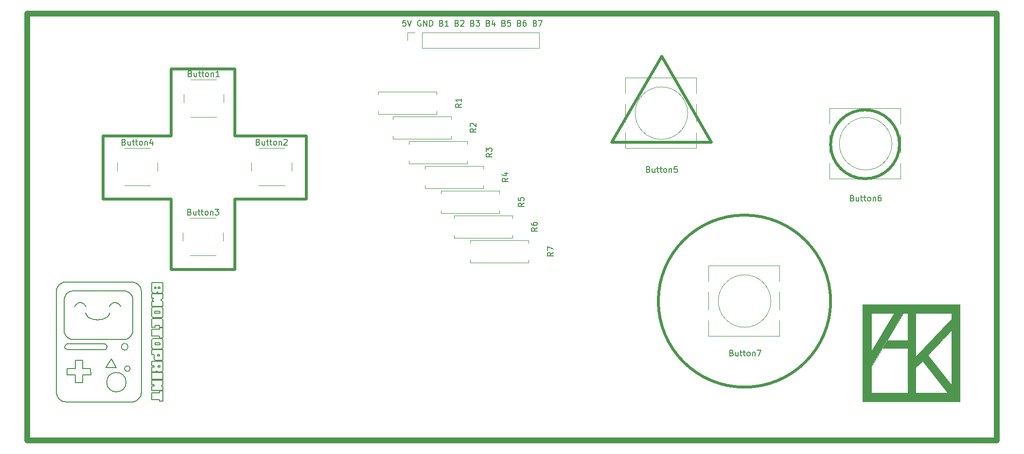
<source format=gto>
G04 #@! TF.GenerationSoftware,KiCad,Pcbnew,(5.1.10)-1*
G04 #@! TF.CreationDate,2022-08-15T16:43:16+01:00*
G04 #@! TF.ProjectId,BMO Buttons,424d4f20-4275-4747-946f-6e732e6b6963,rev?*
G04 #@! TF.SameCoordinates,Original*
G04 #@! TF.FileFunction,Legend,Top*
G04 #@! TF.FilePolarity,Positive*
%FSLAX46Y46*%
G04 Gerber Fmt 4.6, Leading zero omitted, Abs format (unit mm)*
G04 Created by KiCad (PCBNEW (5.1.10)-1) date 2022-08-15 16:43:16*
%MOMM*%
%LPD*%
G01*
G04 APERTURE LIST*
%ADD10C,0.100000*%
%ADD11C,0.000180*%
%ADD12C,0.500000*%
%ADD13C,1.000000*%
%ADD14C,0.200000*%
%ADD15C,0.120000*%
%ADD16C,0.150000*%
G04 APERTURE END LIST*
D10*
G36*
X220419578Y-135071842D02*
G01*
X221919578Y-137932127D01*
X219767590Y-136432127D01*
X215392000Y-130810000D01*
X216330551Y-129817916D01*
X220419578Y-135071842D01*
G37*
X220419578Y-135071842D02*
X221919578Y-137932127D01*
X219767590Y-136432127D01*
X215392000Y-130810000D01*
X216330551Y-129817916D01*
X220419578Y-135071842D01*
G36*
X220419578Y-125495658D02*
G01*
X214194607Y-132075689D01*
X214194607Y-130111282D01*
X220419578Y-123531264D01*
X220419578Y-125495658D01*
G37*
X220419578Y-125495658D02*
X214194607Y-132075689D01*
X214194607Y-130111282D01*
X220419578Y-123531264D01*
X220419578Y-125495658D01*
G36*
X212852000Y-127254000D02*
G01*
X212844592Y-128587127D01*
X208409738Y-128587127D01*
X209296000Y-127254000D01*
X212844592Y-127237127D01*
X212852000Y-127254000D01*
G37*
X212852000Y-127254000D02*
X212844592Y-128587127D01*
X208409738Y-128587127D01*
X209296000Y-127254000D01*
X212844592Y-127237127D01*
X212852000Y-127254000D01*
G36*
X214194607Y-136432127D02*
G01*
X212852000Y-136398000D01*
X212844592Y-122512127D01*
X214194607Y-122512127D01*
X214194607Y-136432127D01*
G37*
X214194607Y-136432127D02*
X212852000Y-136398000D01*
X212844592Y-122512127D01*
X214194607Y-122512127D01*
X214194607Y-136432127D01*
G36*
X206469592Y-131824052D02*
G01*
X206469592Y-129198128D01*
X210477041Y-122512127D01*
X212050964Y-122512127D01*
X206469592Y-131824052D01*
G37*
X206469592Y-131824052D02*
X206469592Y-129198128D01*
X210477041Y-122512127D01*
X212050964Y-122512127D01*
X206469592Y-131824052D01*
G36*
X206469592Y-122512127D02*
G01*
X206469592Y-136432127D01*
X204969592Y-137932127D01*
X204969592Y-121012127D01*
X206469592Y-122512127D01*
G37*
X206469592Y-122512127D02*
X206469592Y-136432127D01*
X204969592Y-137932127D01*
X204969592Y-121012127D01*
X206469592Y-122512127D01*
G36*
X221919578Y-137932127D02*
G01*
X204969592Y-137932127D01*
X206469592Y-136432127D01*
X219767590Y-136432127D01*
X221919578Y-137932127D01*
G37*
X221919578Y-137932127D02*
X204969592Y-137932127D01*
X206469592Y-136432127D01*
X219767590Y-136432127D01*
X221919578Y-137932127D01*
G36*
X221919578Y-137932127D02*
G01*
X220419578Y-135071842D01*
X220419578Y-122512127D01*
X221919578Y-121012127D01*
X221919578Y-137932127D01*
G37*
X221919578Y-137932127D02*
X220419578Y-135071842D01*
X220419578Y-122512127D01*
X221919578Y-121012127D01*
X221919578Y-137932127D01*
G36*
X220419578Y-122512127D02*
G01*
X206469592Y-122512127D01*
X204969592Y-121012127D01*
X221919578Y-121012127D01*
X220419578Y-122512127D01*
G37*
X220419578Y-122512127D02*
X206469592Y-122512127D01*
X204969592Y-121012127D01*
X221919578Y-121012127D01*
X220419578Y-122512127D01*
D11*
X204969592Y-137932127D02*
X221919578Y-137932127D01*
X221919578Y-121012127D02*
X204969592Y-121012127D01*
X212844592Y-127237127D02*
X209218899Y-127237127D01*
X221919578Y-137932127D02*
X221919578Y-121012127D01*
X219767590Y-136432127D02*
X214194607Y-136432127D01*
X212844592Y-122512127D02*
X212844592Y-127237127D01*
X204969592Y-121012127D02*
X204969592Y-137932127D01*
X209218899Y-127237127D02*
X212050964Y-122512127D01*
X212050964Y-122512127D02*
X212844592Y-122512127D01*
X214194607Y-136432127D02*
X214194607Y-132075689D01*
X208409738Y-128587127D02*
X212844592Y-128587127D01*
X220419578Y-123531264D02*
X214194607Y-130111282D01*
X206469592Y-122512127D02*
X210477041Y-122512127D01*
X206469592Y-129198128D02*
X206469592Y-122512127D01*
X212844592Y-136432127D02*
X206469592Y-136432127D01*
X212844592Y-128587127D02*
X212844592Y-136432127D01*
X216330551Y-129817916D02*
X220419578Y-125495658D01*
X220419578Y-122512127D02*
X220419578Y-123531264D01*
X210477041Y-122512127D02*
X206469592Y-129198128D01*
X206469592Y-136432127D02*
X206469592Y-131824052D01*
X214194607Y-122512127D02*
X220419578Y-122512127D01*
X206469592Y-131824052D02*
X208409738Y-128587127D01*
X214194607Y-130111282D02*
X214194607Y-122512127D01*
X220419578Y-125495658D02*
X220419578Y-135071842D01*
X214194607Y-132075689D02*
X215392000Y-130810000D01*
X220419578Y-135071842D02*
X216330551Y-129817916D01*
X215392000Y-130810000D02*
X219767590Y-136432127D01*
D12*
X169950254Y-77710000D02*
X161290000Y-92710000D01*
X199390000Y-120410000D02*
G75*
G03*
X199390000Y-120410000I-15000000J0D01*
G01*
X108133145Y-91645401D02*
X95686135Y-91645401D01*
X108133145Y-102645419D02*
X108133145Y-91645401D01*
X95686135Y-102645419D02*
X108133145Y-102645419D01*
D13*
X59502353Y-70282341D02*
X228295260Y-70282341D01*
D12*
X72742778Y-91645401D02*
X72742778Y-102645419D01*
X178610509Y-92710000D02*
X169950254Y-77710000D01*
D13*
X228295260Y-144680922D02*
X59502353Y-144680922D01*
D12*
X84539567Y-114928735D02*
X95686135Y-114928735D01*
X84539567Y-79935005D02*
X84539567Y-91645401D01*
X211390000Y-93060000D02*
G75*
G03*
X211390000Y-93060000I-6000000J0D01*
G01*
X72742778Y-102645419D02*
X84539567Y-102645419D01*
X84539567Y-91645401D02*
X72742778Y-91645401D01*
X95686135Y-79935005D02*
X84539567Y-79935005D01*
X95686135Y-91645401D02*
X95686135Y-79935005D01*
D13*
X228295260Y-70282341D02*
X228295260Y-144680922D01*
D12*
X84539567Y-102645419D02*
X84539567Y-114928735D01*
X95686135Y-114928735D02*
X95686135Y-102645419D01*
D13*
X59502353Y-144680922D02*
X59502353Y-70282341D01*
D12*
X161290000Y-92710000D02*
X178610509Y-92710000D01*
D14*
X67886805Y-134626784D02*
X67886805Y-133285590D01*
X67796044Y-121328197D02*
X67887904Y-121134176D01*
X67887904Y-121134176D02*
X68023791Y-120969096D01*
X68023791Y-120969096D02*
X68194676Y-120836836D01*
X68194676Y-120836836D02*
X68391533Y-120741271D01*
X68391533Y-120741271D02*
X68605335Y-120686279D01*
X68605335Y-120686279D02*
X68827054Y-120675738D01*
X68827054Y-120675738D02*
X69047663Y-120713524D01*
X69047663Y-120713524D02*
X69258136Y-120803515D01*
X69258136Y-120803515D02*
X69449445Y-120949587D01*
X69449445Y-120949587D02*
X69612563Y-121155618D01*
X69612563Y-121155618D02*
X69701189Y-121328197D01*
X82517641Y-137879999D02*
X83124044Y-137879999D01*
X65906742Y-125441780D02*
X65906742Y-120287663D01*
X73380774Y-128366275D02*
X73331561Y-128582638D01*
X73331561Y-128582638D02*
X73199162Y-128751374D01*
X73199162Y-128751374D02*
X73006436Y-128849624D01*
X73006436Y-128849624D02*
X72881713Y-128865336D01*
X79357623Y-136313008D02*
X79338425Y-136566743D01*
X79338425Y-136566743D02*
X79282716Y-136808464D01*
X79282716Y-136808464D02*
X79193324Y-137035344D01*
X79193324Y-137035344D02*
X79073073Y-137244557D01*
X79073073Y-137244557D02*
X78924792Y-137433276D01*
X78924792Y-137433276D02*
X78751305Y-137598675D01*
X78751305Y-137598675D02*
X78555441Y-137737927D01*
X78555441Y-137737927D02*
X78340025Y-137848206D01*
X78340025Y-137848206D02*
X78107883Y-137926684D01*
X78107883Y-137926684D02*
X77861844Y-137970536D01*
X77861844Y-137970536D02*
X77691492Y-137979139D01*
X82517641Y-137593933D02*
X82517641Y-137879999D01*
X77064319Y-128366275D02*
G75*
G03*
X77064319Y-128366275I-594121J0D01*
G01*
X73216583Y-132026055D02*
X75027705Y-132026055D01*
X72881713Y-127867214D02*
X73098076Y-127916426D01*
X73098076Y-127916426D02*
X73266812Y-128048825D01*
X73266812Y-128048825D02*
X73365062Y-128241551D01*
X73365062Y-128241551D02*
X73380774Y-128366274D01*
X66037448Y-128366275D02*
X66037448Y-128366274D01*
X67583584Y-127118622D02*
X67328217Y-127099301D01*
X67328217Y-127099301D02*
X67084942Y-127043234D01*
X67084942Y-127043234D02*
X66856603Y-126953267D01*
X66856603Y-126953267D02*
X66646045Y-126832243D01*
X66646045Y-126832243D02*
X66456113Y-126683009D01*
X66456113Y-126683009D02*
X66289651Y-126508407D01*
X66289651Y-126508407D02*
X66149504Y-126311283D01*
X66149504Y-126311283D02*
X66038516Y-126094482D01*
X66038516Y-126094482D02*
X65959533Y-125860849D01*
X65959533Y-125860849D02*
X65915399Y-125613227D01*
X65915399Y-125613227D02*
X65906742Y-125441780D01*
X69152618Y-134626784D02*
X67886805Y-134626784D01*
X77420791Y-132180526D02*
G75*
G03*
X77420791Y-132180526I-487179J0D01*
G01*
X66536509Y-128865336D02*
X66320145Y-128816123D01*
X66320145Y-128816123D02*
X66151409Y-128683724D01*
X66151409Y-128683724D02*
X66053159Y-128490998D01*
X66053159Y-128490998D02*
X66037448Y-128366275D01*
X69697228Y-122397614D02*
X69746799Y-122694209D01*
X69746799Y-122694209D02*
X69878806Y-122951259D01*
X69878806Y-122951259D02*
X70081549Y-123168763D01*
X70081549Y-123168763D02*
X70343333Y-123346720D01*
X70343333Y-123346720D02*
X70652461Y-123485132D01*
X70652461Y-123485132D02*
X70997237Y-123583997D01*
X70997237Y-123583997D02*
X71365963Y-123643316D01*
X71365963Y-123643316D02*
X71746942Y-123663089D01*
X71746942Y-123663089D02*
X72128479Y-123643316D01*
X72128479Y-123643316D02*
X72498876Y-123583997D01*
X72498876Y-123583997D02*
X72846436Y-123485132D01*
X72846436Y-123485132D02*
X73159463Y-123346720D01*
X73159463Y-123346720D02*
X73426260Y-123168763D01*
X73426260Y-123168763D02*
X73635131Y-122951259D01*
X73635131Y-122951259D02*
X73774378Y-122694209D01*
X73774378Y-122694209D02*
X73832305Y-122397614D01*
X66265808Y-137979139D02*
X66012072Y-137959941D01*
X66012072Y-137959941D02*
X65770351Y-137904233D01*
X65770351Y-137904233D02*
X65543471Y-137814840D01*
X65543471Y-137814840D02*
X65334258Y-137694590D01*
X65334258Y-137694590D02*
X65145539Y-137546308D01*
X65145539Y-137546308D02*
X64980140Y-137372822D01*
X64980140Y-137372822D02*
X64840888Y-137176957D01*
X64840888Y-137176957D02*
X64730609Y-136961541D01*
X64730609Y-136961541D02*
X64652131Y-136729400D01*
X64652131Y-136729400D02*
X64608279Y-136483360D01*
X64608279Y-136483360D02*
X64599677Y-136313008D01*
X66441450Y-133285590D02*
X66441450Y-132144879D01*
X75027705Y-132026055D02*
X74122144Y-130457578D01*
X64599677Y-136313008D02*
X64599677Y-118732240D01*
X83124044Y-137879999D02*
X83124044Y-136089714D01*
X81167515Y-136378454D02*
X81167515Y-137593933D01*
X66441450Y-132144879D02*
X67850400Y-132144879D01*
X67886805Y-133285590D02*
X66441450Y-133285590D01*
X69152618Y-133285590D02*
X69152618Y-134626784D01*
X70544419Y-132144879D02*
X70552762Y-133285590D01*
X64599677Y-118732240D02*
X64618874Y-118478504D01*
X64618874Y-118478504D02*
X64674583Y-118236783D01*
X64674583Y-118236783D02*
X64763975Y-118009903D01*
X64763975Y-118009903D02*
X64884226Y-117800690D01*
X64884226Y-117800690D02*
X65032507Y-117611971D01*
X65032507Y-117611971D02*
X65205994Y-117446572D01*
X65205994Y-117446572D02*
X65401858Y-117307320D01*
X65401858Y-117307320D02*
X65617274Y-117197041D01*
X65617274Y-117197041D02*
X65849416Y-117118563D01*
X65849416Y-117118563D02*
X66095455Y-117074711D01*
X66095455Y-117074711D02*
X66265808Y-117066109D01*
X69152618Y-132144879D02*
X70544419Y-132144879D01*
X69152618Y-130694973D02*
X69152618Y-132144879D01*
X66265808Y-117066109D02*
X77691492Y-117066109D01*
X82517641Y-136089714D02*
X82517641Y-136378454D01*
X67850400Y-130694973D02*
X69152618Y-130694973D01*
X74122144Y-130457578D02*
X73216583Y-132026055D01*
X67850400Y-132144879D02*
X67850400Y-130694973D01*
X77691492Y-117066109D02*
X77945227Y-117085306D01*
X77945227Y-117085306D02*
X78186948Y-117141014D01*
X78186948Y-117141014D02*
X78413828Y-117230407D01*
X78413828Y-117230407D02*
X78623041Y-117350657D01*
X78623041Y-117350657D02*
X78811760Y-117498939D01*
X78811760Y-117498939D02*
X78977159Y-117672425D01*
X78977159Y-117672425D02*
X79116411Y-117868290D01*
X79116411Y-117868290D02*
X79226690Y-118083706D01*
X79226690Y-118083706D02*
X79305168Y-118315847D01*
X79305168Y-118315847D02*
X79349020Y-118561887D01*
X79349020Y-118561887D02*
X79357623Y-118732240D01*
X81167515Y-137593933D02*
X82517641Y-137593933D01*
X73380774Y-128366274D02*
X73380774Y-128366275D01*
X73832305Y-121328197D02*
X73924165Y-121134176D01*
X73924165Y-121134176D02*
X74060052Y-120969096D01*
X74060052Y-120969096D02*
X74230937Y-120836836D01*
X74230937Y-120836836D02*
X74427794Y-120741271D01*
X74427794Y-120741271D02*
X74641596Y-120686279D01*
X74641596Y-120686279D02*
X74863315Y-120675738D01*
X74863315Y-120675738D02*
X75083924Y-120713524D01*
X75083924Y-120713524D02*
X75294397Y-120803515D01*
X75294397Y-120803515D02*
X75485706Y-120949587D01*
X75485706Y-120949587D02*
X75648824Y-121155618D01*
X75648824Y-121155618D02*
X75737450Y-121328197D01*
X82517641Y-136378454D02*
X81167515Y-136378454D01*
X72881713Y-128865336D02*
X66536509Y-128865336D01*
X76707847Y-134545125D02*
G75*
G03*
X76707847Y-134545125I-1687302J0D01*
G01*
X65906742Y-120287663D02*
X65926062Y-120032296D01*
X65926062Y-120032296D02*
X65982129Y-119789021D01*
X65982129Y-119789021D02*
X66072096Y-119560682D01*
X66072096Y-119560682D02*
X66193120Y-119350124D01*
X66193120Y-119350124D02*
X66342355Y-119160192D01*
X66342355Y-119160192D02*
X66516956Y-118993730D01*
X66516956Y-118993730D02*
X66714080Y-118853583D01*
X66714080Y-118853583D02*
X66930881Y-118742595D01*
X66930881Y-118742595D02*
X67164515Y-118663612D01*
X67164515Y-118663612D02*
X67412136Y-118619478D01*
X67412136Y-118619478D02*
X67583584Y-118610821D01*
X67583584Y-118610821D02*
X76231127Y-118610821D01*
X77907969Y-120287663D02*
X77907969Y-125441780D01*
X76231127Y-118610821D02*
X76486493Y-118630141D01*
X76486493Y-118630141D02*
X76729768Y-118686208D01*
X76729768Y-118686208D02*
X76958107Y-118776175D01*
X76958107Y-118776175D02*
X77168665Y-118897199D01*
X77168665Y-118897199D02*
X77358597Y-119046434D01*
X77358597Y-119046434D02*
X77525060Y-119221035D01*
X77525060Y-119221035D02*
X77665207Y-119418159D01*
X77665207Y-119418159D02*
X77776194Y-119634960D01*
X77776194Y-119634960D02*
X77855177Y-119868594D01*
X77855177Y-119868594D02*
X77899311Y-120116215D01*
X77899311Y-120116215D02*
X77907969Y-120287663D01*
X70552762Y-133285590D02*
X69152618Y-133285590D01*
X66536509Y-127867214D02*
X72881713Y-127867214D01*
X79357623Y-118732240D02*
X79357623Y-136313008D01*
X66037448Y-128366274D02*
X66086660Y-128149910D01*
X66086660Y-128149910D02*
X66219059Y-127981175D01*
X66219059Y-127981175D02*
X66411785Y-127882925D01*
X66411785Y-127882925D02*
X66536509Y-127867214D01*
X77907969Y-125441780D02*
X77888648Y-125697146D01*
X77888648Y-125697146D02*
X77832581Y-125940421D01*
X77832581Y-125940421D02*
X77742614Y-126168760D01*
X77742614Y-126168760D02*
X77621590Y-126379318D01*
X77621590Y-126379318D02*
X77472356Y-126569250D01*
X77472356Y-126569250D02*
X77297754Y-126735713D01*
X77297754Y-126735713D02*
X77100630Y-126875860D01*
X77100630Y-126875860D02*
X76883829Y-126986847D01*
X76883829Y-126986847D02*
X76650196Y-127065830D01*
X76650196Y-127065830D02*
X76402574Y-127109964D01*
X76402574Y-127109964D02*
X76231127Y-127118622D01*
X77691492Y-137979139D02*
X66265808Y-137979139D01*
X76231127Y-127118622D02*
X67583584Y-127118622D01*
X83124044Y-132854514D02*
X81167515Y-132854514D01*
X83124044Y-134069993D02*
X83124044Y-132854514D01*
X81773917Y-132721567D02*
X81961406Y-132643286D01*
X81961406Y-132643286D02*
X82030818Y-132504040D01*
X82517641Y-126526783D02*
X82517641Y-126812849D01*
X82823152Y-130752157D02*
X83021170Y-130706118D01*
X83021170Y-130706118D02*
X83119648Y-130525321D01*
X83119648Y-130525321D02*
X83124044Y-130451264D01*
X82182479Y-129974406D02*
X82182479Y-129681048D01*
X82573785Y-127698999D02*
X82573785Y-127992600D01*
X81167515Y-125311304D02*
X81167515Y-126526783D01*
X81167515Y-135240265D02*
X81167515Y-135969163D01*
X81580938Y-135240265D02*
X81167515Y-135240265D01*
X81580938Y-134946907D02*
X81580938Y-135240265D01*
X81167515Y-134946907D02*
X81580938Y-134946907D01*
X81167515Y-134215578D02*
X81167515Y-134946907D01*
X83124044Y-134215578D02*
X81167515Y-134215578D01*
X81167515Y-134069993D02*
X83124044Y-134069993D01*
X81725065Y-127698999D02*
X82573785Y-127698999D01*
X81167515Y-131943817D02*
X81167515Y-132721567D01*
X81167515Y-132721567D02*
X81773917Y-132721567D01*
X83124044Y-134895381D02*
X83124044Y-134215578D01*
X82182479Y-129681048D02*
X82517641Y-129681048D01*
X82573785Y-127992600D02*
X81725065Y-127992600D01*
X82835547Y-135240265D02*
X83124044Y-134895381D01*
X81167515Y-132854514D02*
X81167515Y-134069993D01*
X82823152Y-132721567D02*
X83018977Y-132668311D01*
X83018977Y-132668311D02*
X83119438Y-132487684D01*
X83119438Y-132487684D02*
X83124044Y-132420675D01*
X82030818Y-132504040D02*
X82035679Y-132504040D01*
X82622638Y-131943817D02*
X82312023Y-131943817D01*
X82336571Y-132721567D02*
X82823152Y-132721567D01*
X83124044Y-125022564D02*
X82517641Y-125022564D01*
X82312023Y-131943817D02*
X82312023Y-131650459D01*
X82035679Y-132504040D02*
X82145237Y-132674148D01*
X82145237Y-132674148D02*
X82336571Y-132721567D01*
X81568542Y-131943817D02*
X81167515Y-131943817D01*
X81167515Y-130872708D02*
X81167515Y-131650459D01*
X81167515Y-129681048D02*
X81620068Y-129681048D01*
X82517641Y-129681048D02*
X82517641Y-129974406D01*
X83124044Y-128469458D02*
X83124044Y-127222140D01*
X81167515Y-126526783D02*
X82517641Y-126526783D01*
X82312023Y-131650459D02*
X82622638Y-131650459D01*
X83124044Y-128903297D02*
X81167515Y-128903297D01*
X82517641Y-129974406D02*
X82182479Y-129974406D01*
X82823152Y-126921491D02*
X81468407Y-126921491D01*
X83124044Y-126812849D02*
X83124044Y-125022564D01*
X83124044Y-127222140D02*
X83064854Y-127019612D01*
X83064854Y-127019612D02*
X82875782Y-126924305D01*
X82875782Y-126924305D02*
X82823152Y-126921491D01*
X83124044Y-130872708D02*
X81167515Y-130872708D01*
X82622638Y-131650459D02*
X82622638Y-131943817D01*
X81167515Y-128903297D02*
X81167515Y-129681048D01*
X81468407Y-126921491D02*
X81262752Y-126971945D01*
X81262752Y-126971945D02*
X81170161Y-127163339D01*
X81170161Y-127163339D02*
X81167515Y-127222140D01*
X81620068Y-130446403D02*
X81675450Y-130646176D01*
X81675450Y-130646176D02*
X81855882Y-130747552D01*
X81855882Y-130747552D02*
X81920718Y-130752157D01*
X81167515Y-128469458D02*
X81229058Y-128673093D01*
X81229058Y-128673093D02*
X81417459Y-128767587D01*
X81417459Y-128767587D02*
X81468407Y-128770350D01*
X82823152Y-128770350D02*
X83020464Y-128724170D01*
X83020464Y-128724170D02*
X83120645Y-128535769D01*
X83120645Y-128535769D02*
X83124044Y-128469458D01*
X82517641Y-125311304D02*
X81167515Y-125311304D01*
X81725065Y-127992600D02*
X81725065Y-127698999D01*
X81568542Y-131650459D02*
X81568542Y-131943817D01*
X81620068Y-129681048D02*
X81620068Y-130446403D01*
X81167515Y-127222140D02*
X81167515Y-128469458D01*
X82517641Y-126812849D02*
X83124044Y-126812849D01*
X81920718Y-130752157D02*
X82823152Y-130752157D01*
X81468407Y-128770350D02*
X82823152Y-128770350D01*
X83124044Y-136089714D02*
X82517641Y-136089714D01*
X83124044Y-135240265D02*
X82835547Y-135240265D01*
X81167515Y-131650459D02*
X81568542Y-131650459D01*
X83124044Y-135969163D02*
X83124044Y-135240265D01*
X83124044Y-132420675D02*
X83124044Y-130872708D01*
X83124044Y-130451264D02*
X83124044Y-128903297D01*
X81167515Y-135969163D02*
X83124044Y-135969163D01*
X82309593Y-118232800D02*
X82309593Y-117944303D01*
X81526981Y-119921248D02*
X81287337Y-120217037D01*
X81167515Y-119921248D02*
X81526981Y-119921248D01*
X81167515Y-122981211D02*
X81229058Y-123184847D01*
X81229058Y-123184847D02*
X81417459Y-123279341D01*
X81417459Y-123279341D02*
X81468407Y-123282104D01*
X81468407Y-119008120D02*
X81842456Y-119008120D01*
X81167515Y-120515498D02*
X81167515Y-121300541D01*
X81167515Y-119141067D02*
X81167515Y-119921248D01*
X82126335Y-118770906D02*
X82131196Y-118770906D01*
X81842456Y-119008120D02*
X82036620Y-118934446D01*
X82036620Y-118934446D02*
X82126335Y-118770906D01*
X82622638Y-118232800D02*
X82309593Y-118232800D01*
X81661629Y-118232800D02*
X81661629Y-117944303D01*
X82517641Y-125022564D02*
X82517641Y-125311304D01*
X83124044Y-123703304D02*
X83064854Y-123511980D01*
X83064854Y-123511980D02*
X82892254Y-123408754D01*
X82892254Y-123408754D02*
X82823152Y-123402655D01*
X82517641Y-124605738D02*
X82517641Y-124926317D01*
X83124044Y-119141067D02*
X81167515Y-119141067D01*
X82749751Y-120214606D02*
X83124044Y-119913957D01*
X81773917Y-124926317D02*
X81773917Y-124605738D01*
X81167515Y-124926317D02*
X81773917Y-124926317D01*
X81468407Y-123282104D02*
X82823152Y-123282104D01*
X82573785Y-122504353D02*
X81715343Y-122504353D01*
X81468407Y-121433244D02*
X81262752Y-121483698D01*
X81262752Y-121483698D02*
X81170161Y-121675093D01*
X81170161Y-121675093D02*
X81167515Y-121733894D01*
X81661629Y-117944303D02*
X81969813Y-117944303D01*
X82823152Y-121433244D02*
X81468407Y-121433244D01*
X82131196Y-118770906D02*
X82235757Y-118950338D01*
X82235757Y-118950338D02*
X82402680Y-119008120D01*
X81969813Y-117944303D02*
X81969813Y-118232800D01*
X83124044Y-122981211D02*
X83124044Y-121733894D01*
X82622638Y-117944303D02*
X82622638Y-118232800D01*
X82823152Y-123402655D02*
X81468407Y-123402655D01*
X82309593Y-117944303D02*
X82622638Y-117944303D01*
X81715343Y-122504353D02*
X81715343Y-122210752D01*
X83124044Y-120520359D02*
X82749751Y-120214606D01*
X81529412Y-120515498D02*
X81167515Y-120515498D01*
X83124044Y-119913957D02*
X83124044Y-119141067D01*
X83124044Y-118704798D02*
X83124044Y-117164122D01*
X83124044Y-124926317D02*
X83124044Y-123703304D01*
X81773917Y-124605738D02*
X82517641Y-124605738D01*
X82823152Y-119008120D02*
X83022214Y-118958274D01*
X83022214Y-118958274D02*
X83119747Y-118776098D01*
X83119747Y-118776098D02*
X83124044Y-118704798D01*
X83124044Y-121300541D02*
X83124044Y-120520359D01*
X82517641Y-124926317D02*
X83124044Y-124926317D01*
X81468407Y-123402655D02*
X81275714Y-123463753D01*
X81275714Y-123463753D02*
X81172419Y-123644050D01*
X81172419Y-123644050D02*
X81167515Y-123703304D01*
X81167515Y-121300541D02*
X83124044Y-121300541D01*
X81167515Y-118704798D02*
X81227488Y-118906393D01*
X81227488Y-118906393D02*
X81416337Y-119005123D01*
X81416337Y-119005123D02*
X81468407Y-119008120D01*
X81167515Y-117164122D02*
X81167515Y-118704798D01*
X83124044Y-121733894D02*
X83064854Y-121531365D01*
X83064854Y-121531365D02*
X82875782Y-121436058D01*
X82875782Y-121436058D02*
X82823152Y-121433244D01*
X81715343Y-122210752D02*
X82573785Y-122210752D01*
X83124044Y-117164122D02*
X81167515Y-117164122D01*
X81969813Y-118232800D02*
X81661629Y-118232800D01*
X81167515Y-123703304D02*
X81167515Y-124926317D01*
X81167515Y-121733894D02*
X81167515Y-122981211D01*
X82823152Y-123282104D02*
X83020464Y-123235924D01*
X83020464Y-123235924D02*
X83120645Y-123047522D01*
X83120645Y-123047522D02*
X83124044Y-122981211D01*
X82573785Y-122210752D02*
X82573785Y-122504353D01*
X81287337Y-120217037D02*
X81529412Y-120515498D01*
X82402680Y-119008120D02*
X82823152Y-119008120D01*
D15*
X144008000Y-109362000D02*
X144008000Y-108882000D01*
X133868000Y-109362000D02*
X144008000Y-109362000D01*
X133868000Y-108882000D02*
X133868000Y-109362000D01*
X144008000Y-105522000D02*
X144008000Y-106002000D01*
X133868000Y-105522000D02*
X144008000Y-105522000D01*
X133868000Y-106002000D02*
X133868000Y-105522000D01*
X178154000Y-114206000D02*
X190454000Y-114206000D01*
X190454000Y-118786000D02*
X190454000Y-121926000D01*
X190454000Y-126506000D02*
X178154000Y-126506000D01*
X178154000Y-116926000D02*
X178154000Y-114206000D01*
X188983050Y-120396000D02*
G75*
G03*
X188983050Y-120396000I-4579050J0D01*
G01*
X178154000Y-126506000D02*
X178154000Y-123786000D01*
X178154000Y-121926000D02*
X178154000Y-118786000D01*
X190454000Y-123786000D02*
X190454000Y-126506000D01*
X190454000Y-114206000D02*
X190454000Y-116926000D01*
X211536000Y-86774000D02*
X211536000Y-89494000D01*
X211536000Y-96354000D02*
X211536000Y-99074000D01*
X199236000Y-94494000D02*
X199236000Y-91354000D01*
X199236000Y-99074000D02*
X199236000Y-96354000D01*
X210065050Y-92964000D02*
G75*
G03*
X210065050Y-92964000I-4579050J0D01*
G01*
X199236000Y-89494000D02*
X199236000Y-86774000D01*
X211536000Y-99074000D02*
X199236000Y-99074000D01*
X211536000Y-91354000D02*
X211536000Y-94494000D01*
X199236000Y-86774000D02*
X211536000Y-86774000D01*
X175976000Y-81440000D02*
X175976000Y-84160000D01*
X175976000Y-91020000D02*
X175976000Y-93740000D01*
X163676000Y-89160000D02*
X163676000Y-86020000D01*
X163676000Y-93740000D02*
X163676000Y-91020000D01*
X174505050Y-87630000D02*
G75*
G03*
X174505050Y-87630000I-4579050J0D01*
G01*
X163676000Y-84160000D02*
X163676000Y-81440000D01*
X175976000Y-93740000D02*
X163676000Y-93740000D01*
X175976000Y-86020000D02*
X175976000Y-89160000D01*
X163676000Y-81440000D02*
X175976000Y-81440000D01*
X82188000Y-97742000D02*
X82188000Y-96242000D01*
X80938000Y-93742000D02*
X76438000Y-93742000D01*
X75188000Y-96242000D02*
X75188000Y-97742000D01*
X76438000Y-100242000D02*
X80938000Y-100242000D01*
X93618000Y-109934000D02*
X93618000Y-108434000D01*
X92368000Y-105934000D02*
X87868000Y-105934000D01*
X86618000Y-108434000D02*
X86618000Y-109934000D01*
X87868000Y-112434000D02*
X92368000Y-112434000D01*
X105556000Y-97742000D02*
X105556000Y-96242000D01*
X104306000Y-93742000D02*
X99806000Y-93742000D01*
X98556000Y-96242000D02*
X98556000Y-97742000D01*
X99806000Y-100242000D02*
X104306000Y-100242000D01*
X93722000Y-85804000D02*
X93722000Y-84304000D01*
X92472000Y-81804000D02*
X87972000Y-81804000D01*
X86722000Y-84304000D02*
X86722000Y-85804000D01*
X87972000Y-88304000D02*
X92472000Y-88304000D01*
X146802000Y-113680000D02*
X146802000Y-113200000D01*
X136662000Y-113680000D02*
X146802000Y-113680000D01*
X136662000Y-113200000D02*
X136662000Y-113680000D01*
X146802000Y-109840000D02*
X146802000Y-110320000D01*
X136662000Y-109840000D02*
X146802000Y-109840000D01*
X136662000Y-110320000D02*
X136662000Y-109840000D01*
X141722000Y-105044000D02*
X141722000Y-104564000D01*
X131582000Y-105044000D02*
X141722000Y-105044000D01*
X131582000Y-104564000D02*
X131582000Y-105044000D01*
X141722000Y-101204000D02*
X141722000Y-101684000D01*
X131582000Y-101204000D02*
X141722000Y-101204000D01*
X131582000Y-101684000D02*
X131582000Y-101204000D01*
X138928000Y-100726000D02*
X138928000Y-100246000D01*
X128788000Y-100726000D02*
X138928000Y-100726000D01*
X128788000Y-100246000D02*
X128788000Y-100726000D01*
X138928000Y-96886000D02*
X138928000Y-97366000D01*
X128788000Y-96886000D02*
X138928000Y-96886000D01*
X128788000Y-97366000D02*
X128788000Y-96886000D01*
X136134000Y-96408000D02*
X136134000Y-95928000D01*
X125994000Y-96408000D02*
X136134000Y-96408000D01*
X125994000Y-95928000D02*
X125994000Y-96408000D01*
X136134000Y-92568000D02*
X136134000Y-93048000D01*
X125994000Y-92568000D02*
X136134000Y-92568000D01*
X125994000Y-93048000D02*
X125994000Y-92568000D01*
X133340000Y-92090000D02*
X133340000Y-91610000D01*
X123200000Y-92090000D02*
X133340000Y-92090000D01*
X123200000Y-91610000D02*
X123200000Y-92090000D01*
X133340000Y-88250000D02*
X133340000Y-88730000D01*
X123200000Y-88250000D02*
X133340000Y-88250000D01*
X123200000Y-88730000D02*
X123200000Y-88250000D01*
X130800000Y-87772000D02*
X130800000Y-87292000D01*
X120660000Y-87772000D02*
X130800000Y-87772000D01*
X120660000Y-87292000D02*
X120660000Y-87772000D01*
X130800000Y-83932000D02*
X130800000Y-84412000D01*
X120660000Y-83932000D02*
X130800000Y-83932000D01*
X120660000Y-84412000D02*
X120660000Y-83932000D01*
X125670000Y-74930000D02*
X125670000Y-73600000D01*
X125670000Y-73600000D02*
X127000000Y-73600000D01*
X128270000Y-73600000D02*
X148650000Y-73600000D01*
X148650000Y-76260000D02*
X148650000Y-73600000D01*
X128270000Y-76260000D02*
X148650000Y-76260000D01*
X128270000Y-76260000D02*
X128270000Y-73600000D01*
D16*
X148280380Y-107608666D02*
X147804190Y-107942000D01*
X148280380Y-108180095D02*
X147280380Y-108180095D01*
X147280380Y-107799142D01*
X147328000Y-107703904D01*
X147375619Y-107656285D01*
X147470857Y-107608666D01*
X147613714Y-107608666D01*
X147708952Y-107656285D01*
X147756571Y-107703904D01*
X147804190Y-107799142D01*
X147804190Y-108180095D01*
X147280380Y-106751523D02*
X147280380Y-106942000D01*
X147328000Y-107037238D01*
X147375619Y-107084857D01*
X147518476Y-107180095D01*
X147708952Y-107227714D01*
X148089904Y-107227714D01*
X148185142Y-107180095D01*
X148232761Y-107132476D01*
X148280380Y-107037238D01*
X148280380Y-106846761D01*
X148232761Y-106751523D01*
X148185142Y-106703904D01*
X148089904Y-106656285D01*
X147851809Y-106656285D01*
X147756571Y-106703904D01*
X147708952Y-106751523D01*
X147661333Y-106846761D01*
X147661333Y-107037238D01*
X147708952Y-107132476D01*
X147756571Y-107180095D01*
X147851809Y-107227714D01*
X182166666Y-129428571D02*
X182309523Y-129476190D01*
X182357142Y-129523809D01*
X182404761Y-129619047D01*
X182404761Y-129761904D01*
X182357142Y-129857142D01*
X182309523Y-129904761D01*
X182214285Y-129952380D01*
X181833333Y-129952380D01*
X181833333Y-128952380D01*
X182166666Y-128952380D01*
X182261904Y-129000000D01*
X182309523Y-129047619D01*
X182357142Y-129142857D01*
X182357142Y-129238095D01*
X182309523Y-129333333D01*
X182261904Y-129380952D01*
X182166666Y-129428571D01*
X181833333Y-129428571D01*
X183261904Y-129285714D02*
X183261904Y-129952380D01*
X182833333Y-129285714D02*
X182833333Y-129809523D01*
X182880952Y-129904761D01*
X182976190Y-129952380D01*
X183119047Y-129952380D01*
X183214285Y-129904761D01*
X183261904Y-129857142D01*
X183595238Y-129285714D02*
X183976190Y-129285714D01*
X183738095Y-128952380D02*
X183738095Y-129809523D01*
X183785714Y-129904761D01*
X183880952Y-129952380D01*
X183976190Y-129952380D01*
X184166666Y-129285714D02*
X184547619Y-129285714D01*
X184309523Y-128952380D02*
X184309523Y-129809523D01*
X184357142Y-129904761D01*
X184452380Y-129952380D01*
X184547619Y-129952380D01*
X185023809Y-129952380D02*
X184928571Y-129904761D01*
X184880952Y-129857142D01*
X184833333Y-129761904D01*
X184833333Y-129476190D01*
X184880952Y-129380952D01*
X184928571Y-129333333D01*
X185023809Y-129285714D01*
X185166666Y-129285714D01*
X185261904Y-129333333D01*
X185309523Y-129380952D01*
X185357142Y-129476190D01*
X185357142Y-129761904D01*
X185309523Y-129857142D01*
X185261904Y-129904761D01*
X185166666Y-129952380D01*
X185023809Y-129952380D01*
X185785714Y-129285714D02*
X185785714Y-129952380D01*
X185785714Y-129380952D02*
X185833333Y-129333333D01*
X185928571Y-129285714D01*
X186071428Y-129285714D01*
X186166666Y-129333333D01*
X186214285Y-129428571D01*
X186214285Y-129952380D01*
X186595238Y-128952380D02*
X187261904Y-128952380D01*
X186833333Y-129952380D01*
X203166666Y-102428571D02*
X203309523Y-102476190D01*
X203357142Y-102523809D01*
X203404761Y-102619047D01*
X203404761Y-102761904D01*
X203357142Y-102857142D01*
X203309523Y-102904761D01*
X203214285Y-102952380D01*
X202833333Y-102952380D01*
X202833333Y-101952380D01*
X203166666Y-101952380D01*
X203261904Y-102000000D01*
X203309523Y-102047619D01*
X203357142Y-102142857D01*
X203357142Y-102238095D01*
X203309523Y-102333333D01*
X203261904Y-102380952D01*
X203166666Y-102428571D01*
X202833333Y-102428571D01*
X204261904Y-102285714D02*
X204261904Y-102952380D01*
X203833333Y-102285714D02*
X203833333Y-102809523D01*
X203880952Y-102904761D01*
X203976190Y-102952380D01*
X204119047Y-102952380D01*
X204214285Y-102904761D01*
X204261904Y-102857142D01*
X204595238Y-102285714D02*
X204976190Y-102285714D01*
X204738095Y-101952380D02*
X204738095Y-102809523D01*
X204785714Y-102904761D01*
X204880952Y-102952380D01*
X204976190Y-102952380D01*
X205166666Y-102285714D02*
X205547619Y-102285714D01*
X205309523Y-101952380D02*
X205309523Y-102809523D01*
X205357142Y-102904761D01*
X205452380Y-102952380D01*
X205547619Y-102952380D01*
X206023809Y-102952380D02*
X205928571Y-102904761D01*
X205880952Y-102857142D01*
X205833333Y-102761904D01*
X205833333Y-102476190D01*
X205880952Y-102380952D01*
X205928571Y-102333333D01*
X206023809Y-102285714D01*
X206166666Y-102285714D01*
X206261904Y-102333333D01*
X206309523Y-102380952D01*
X206357142Y-102476190D01*
X206357142Y-102761904D01*
X206309523Y-102857142D01*
X206261904Y-102904761D01*
X206166666Y-102952380D01*
X206023809Y-102952380D01*
X206785714Y-102285714D02*
X206785714Y-102952380D01*
X206785714Y-102380952D02*
X206833333Y-102333333D01*
X206928571Y-102285714D01*
X207071428Y-102285714D01*
X207166666Y-102333333D01*
X207214285Y-102428571D01*
X207214285Y-102952380D01*
X208119047Y-101952380D02*
X207928571Y-101952380D01*
X207833333Y-102000000D01*
X207785714Y-102047619D01*
X207690476Y-102190476D01*
X207642857Y-102380952D01*
X207642857Y-102761904D01*
X207690476Y-102857142D01*
X207738095Y-102904761D01*
X207833333Y-102952380D01*
X208023809Y-102952380D01*
X208119047Y-102904761D01*
X208166666Y-102857142D01*
X208214285Y-102761904D01*
X208214285Y-102523809D01*
X208166666Y-102428571D01*
X208119047Y-102380952D01*
X208023809Y-102333333D01*
X207833333Y-102333333D01*
X207738095Y-102380952D01*
X207690476Y-102428571D01*
X207642857Y-102523809D01*
X167666666Y-97428571D02*
X167809523Y-97476190D01*
X167857142Y-97523809D01*
X167904761Y-97619047D01*
X167904761Y-97761904D01*
X167857142Y-97857142D01*
X167809523Y-97904761D01*
X167714285Y-97952380D01*
X167333333Y-97952380D01*
X167333333Y-96952380D01*
X167666666Y-96952380D01*
X167761904Y-97000000D01*
X167809523Y-97047619D01*
X167857142Y-97142857D01*
X167857142Y-97238095D01*
X167809523Y-97333333D01*
X167761904Y-97380952D01*
X167666666Y-97428571D01*
X167333333Y-97428571D01*
X168761904Y-97285714D02*
X168761904Y-97952380D01*
X168333333Y-97285714D02*
X168333333Y-97809523D01*
X168380952Y-97904761D01*
X168476190Y-97952380D01*
X168619047Y-97952380D01*
X168714285Y-97904761D01*
X168761904Y-97857142D01*
X169095238Y-97285714D02*
X169476190Y-97285714D01*
X169238095Y-96952380D02*
X169238095Y-97809523D01*
X169285714Y-97904761D01*
X169380952Y-97952380D01*
X169476190Y-97952380D01*
X169666666Y-97285714D02*
X170047619Y-97285714D01*
X169809523Y-96952380D02*
X169809523Y-97809523D01*
X169857142Y-97904761D01*
X169952380Y-97952380D01*
X170047619Y-97952380D01*
X170523809Y-97952380D02*
X170428571Y-97904761D01*
X170380952Y-97857142D01*
X170333333Y-97761904D01*
X170333333Y-97476190D01*
X170380952Y-97380952D01*
X170428571Y-97333333D01*
X170523809Y-97285714D01*
X170666666Y-97285714D01*
X170761904Y-97333333D01*
X170809523Y-97380952D01*
X170857142Y-97476190D01*
X170857142Y-97761904D01*
X170809523Y-97857142D01*
X170761904Y-97904761D01*
X170666666Y-97952380D01*
X170523809Y-97952380D01*
X171285714Y-97285714D02*
X171285714Y-97952380D01*
X171285714Y-97380952D02*
X171333333Y-97333333D01*
X171428571Y-97285714D01*
X171571428Y-97285714D01*
X171666666Y-97333333D01*
X171714285Y-97428571D01*
X171714285Y-97952380D01*
X172666666Y-96952380D02*
X172190476Y-96952380D01*
X172142857Y-97428571D01*
X172190476Y-97380952D01*
X172285714Y-97333333D01*
X172523809Y-97333333D01*
X172619047Y-97380952D01*
X172666666Y-97428571D01*
X172714285Y-97523809D01*
X172714285Y-97761904D01*
X172666666Y-97857142D01*
X172619047Y-97904761D01*
X172523809Y-97952380D01*
X172285714Y-97952380D01*
X172190476Y-97904761D01*
X172142857Y-97857142D01*
X76354666Y-92670571D02*
X76497523Y-92718190D01*
X76545142Y-92765809D01*
X76592761Y-92861047D01*
X76592761Y-93003904D01*
X76545142Y-93099142D01*
X76497523Y-93146761D01*
X76402285Y-93194380D01*
X76021333Y-93194380D01*
X76021333Y-92194380D01*
X76354666Y-92194380D01*
X76449904Y-92242000D01*
X76497523Y-92289619D01*
X76545142Y-92384857D01*
X76545142Y-92480095D01*
X76497523Y-92575333D01*
X76449904Y-92622952D01*
X76354666Y-92670571D01*
X76021333Y-92670571D01*
X77449904Y-92527714D02*
X77449904Y-93194380D01*
X77021333Y-92527714D02*
X77021333Y-93051523D01*
X77068952Y-93146761D01*
X77164190Y-93194380D01*
X77307047Y-93194380D01*
X77402285Y-93146761D01*
X77449904Y-93099142D01*
X77783238Y-92527714D02*
X78164190Y-92527714D01*
X77926095Y-92194380D02*
X77926095Y-93051523D01*
X77973714Y-93146761D01*
X78068952Y-93194380D01*
X78164190Y-93194380D01*
X78354666Y-92527714D02*
X78735619Y-92527714D01*
X78497523Y-92194380D02*
X78497523Y-93051523D01*
X78545142Y-93146761D01*
X78640380Y-93194380D01*
X78735619Y-93194380D01*
X79211809Y-93194380D02*
X79116571Y-93146761D01*
X79068952Y-93099142D01*
X79021333Y-93003904D01*
X79021333Y-92718190D01*
X79068952Y-92622952D01*
X79116571Y-92575333D01*
X79211809Y-92527714D01*
X79354666Y-92527714D01*
X79449904Y-92575333D01*
X79497523Y-92622952D01*
X79545142Y-92718190D01*
X79545142Y-93003904D01*
X79497523Y-93099142D01*
X79449904Y-93146761D01*
X79354666Y-93194380D01*
X79211809Y-93194380D01*
X79973714Y-92527714D02*
X79973714Y-93194380D01*
X79973714Y-92622952D02*
X80021333Y-92575333D01*
X80116571Y-92527714D01*
X80259428Y-92527714D01*
X80354666Y-92575333D01*
X80402285Y-92670571D01*
X80402285Y-93194380D01*
X81307047Y-92527714D02*
X81307047Y-93194380D01*
X81068952Y-92146761D02*
X80830857Y-92861047D01*
X81449904Y-92861047D01*
X87784666Y-104862571D02*
X87927523Y-104910190D01*
X87975142Y-104957809D01*
X88022761Y-105053047D01*
X88022761Y-105195904D01*
X87975142Y-105291142D01*
X87927523Y-105338761D01*
X87832285Y-105386380D01*
X87451333Y-105386380D01*
X87451333Y-104386380D01*
X87784666Y-104386380D01*
X87879904Y-104434000D01*
X87927523Y-104481619D01*
X87975142Y-104576857D01*
X87975142Y-104672095D01*
X87927523Y-104767333D01*
X87879904Y-104814952D01*
X87784666Y-104862571D01*
X87451333Y-104862571D01*
X88879904Y-104719714D02*
X88879904Y-105386380D01*
X88451333Y-104719714D02*
X88451333Y-105243523D01*
X88498952Y-105338761D01*
X88594190Y-105386380D01*
X88737047Y-105386380D01*
X88832285Y-105338761D01*
X88879904Y-105291142D01*
X89213238Y-104719714D02*
X89594190Y-104719714D01*
X89356095Y-104386380D02*
X89356095Y-105243523D01*
X89403714Y-105338761D01*
X89498952Y-105386380D01*
X89594190Y-105386380D01*
X89784666Y-104719714D02*
X90165619Y-104719714D01*
X89927523Y-104386380D02*
X89927523Y-105243523D01*
X89975142Y-105338761D01*
X90070380Y-105386380D01*
X90165619Y-105386380D01*
X90641809Y-105386380D02*
X90546571Y-105338761D01*
X90498952Y-105291142D01*
X90451333Y-105195904D01*
X90451333Y-104910190D01*
X90498952Y-104814952D01*
X90546571Y-104767333D01*
X90641809Y-104719714D01*
X90784666Y-104719714D01*
X90879904Y-104767333D01*
X90927523Y-104814952D01*
X90975142Y-104910190D01*
X90975142Y-105195904D01*
X90927523Y-105291142D01*
X90879904Y-105338761D01*
X90784666Y-105386380D01*
X90641809Y-105386380D01*
X91403714Y-104719714D02*
X91403714Y-105386380D01*
X91403714Y-104814952D02*
X91451333Y-104767333D01*
X91546571Y-104719714D01*
X91689428Y-104719714D01*
X91784666Y-104767333D01*
X91832285Y-104862571D01*
X91832285Y-105386380D01*
X92213238Y-104386380D02*
X92832285Y-104386380D01*
X92498952Y-104767333D01*
X92641809Y-104767333D01*
X92737047Y-104814952D01*
X92784666Y-104862571D01*
X92832285Y-104957809D01*
X92832285Y-105195904D01*
X92784666Y-105291142D01*
X92737047Y-105338761D01*
X92641809Y-105386380D01*
X92356095Y-105386380D01*
X92260857Y-105338761D01*
X92213238Y-105291142D01*
X99722666Y-92670571D02*
X99865523Y-92718190D01*
X99913142Y-92765809D01*
X99960761Y-92861047D01*
X99960761Y-93003904D01*
X99913142Y-93099142D01*
X99865523Y-93146761D01*
X99770285Y-93194380D01*
X99389333Y-93194380D01*
X99389333Y-92194380D01*
X99722666Y-92194380D01*
X99817904Y-92242000D01*
X99865523Y-92289619D01*
X99913142Y-92384857D01*
X99913142Y-92480095D01*
X99865523Y-92575333D01*
X99817904Y-92622952D01*
X99722666Y-92670571D01*
X99389333Y-92670571D01*
X100817904Y-92527714D02*
X100817904Y-93194380D01*
X100389333Y-92527714D02*
X100389333Y-93051523D01*
X100436952Y-93146761D01*
X100532190Y-93194380D01*
X100675047Y-93194380D01*
X100770285Y-93146761D01*
X100817904Y-93099142D01*
X101151238Y-92527714D02*
X101532190Y-92527714D01*
X101294095Y-92194380D02*
X101294095Y-93051523D01*
X101341714Y-93146761D01*
X101436952Y-93194380D01*
X101532190Y-93194380D01*
X101722666Y-92527714D02*
X102103619Y-92527714D01*
X101865523Y-92194380D02*
X101865523Y-93051523D01*
X101913142Y-93146761D01*
X102008380Y-93194380D01*
X102103619Y-93194380D01*
X102579809Y-93194380D02*
X102484571Y-93146761D01*
X102436952Y-93099142D01*
X102389333Y-93003904D01*
X102389333Y-92718190D01*
X102436952Y-92622952D01*
X102484571Y-92575333D01*
X102579809Y-92527714D01*
X102722666Y-92527714D01*
X102817904Y-92575333D01*
X102865523Y-92622952D01*
X102913142Y-92718190D01*
X102913142Y-93003904D01*
X102865523Y-93099142D01*
X102817904Y-93146761D01*
X102722666Y-93194380D01*
X102579809Y-93194380D01*
X103341714Y-92527714D02*
X103341714Y-93194380D01*
X103341714Y-92622952D02*
X103389333Y-92575333D01*
X103484571Y-92527714D01*
X103627428Y-92527714D01*
X103722666Y-92575333D01*
X103770285Y-92670571D01*
X103770285Y-93194380D01*
X104198857Y-92289619D02*
X104246476Y-92242000D01*
X104341714Y-92194380D01*
X104579809Y-92194380D01*
X104675047Y-92242000D01*
X104722666Y-92289619D01*
X104770285Y-92384857D01*
X104770285Y-92480095D01*
X104722666Y-92622952D01*
X104151238Y-93194380D01*
X104770285Y-93194380D01*
X87888666Y-80732571D02*
X88031523Y-80780190D01*
X88079142Y-80827809D01*
X88126761Y-80923047D01*
X88126761Y-81065904D01*
X88079142Y-81161142D01*
X88031523Y-81208761D01*
X87936285Y-81256380D01*
X87555333Y-81256380D01*
X87555333Y-80256380D01*
X87888666Y-80256380D01*
X87983904Y-80304000D01*
X88031523Y-80351619D01*
X88079142Y-80446857D01*
X88079142Y-80542095D01*
X88031523Y-80637333D01*
X87983904Y-80684952D01*
X87888666Y-80732571D01*
X87555333Y-80732571D01*
X88983904Y-80589714D02*
X88983904Y-81256380D01*
X88555333Y-80589714D02*
X88555333Y-81113523D01*
X88602952Y-81208761D01*
X88698190Y-81256380D01*
X88841047Y-81256380D01*
X88936285Y-81208761D01*
X88983904Y-81161142D01*
X89317238Y-80589714D02*
X89698190Y-80589714D01*
X89460095Y-80256380D02*
X89460095Y-81113523D01*
X89507714Y-81208761D01*
X89602952Y-81256380D01*
X89698190Y-81256380D01*
X89888666Y-80589714D02*
X90269619Y-80589714D01*
X90031523Y-80256380D02*
X90031523Y-81113523D01*
X90079142Y-81208761D01*
X90174380Y-81256380D01*
X90269619Y-81256380D01*
X90745809Y-81256380D02*
X90650571Y-81208761D01*
X90602952Y-81161142D01*
X90555333Y-81065904D01*
X90555333Y-80780190D01*
X90602952Y-80684952D01*
X90650571Y-80637333D01*
X90745809Y-80589714D01*
X90888666Y-80589714D01*
X90983904Y-80637333D01*
X91031523Y-80684952D01*
X91079142Y-80780190D01*
X91079142Y-81065904D01*
X91031523Y-81161142D01*
X90983904Y-81208761D01*
X90888666Y-81256380D01*
X90745809Y-81256380D01*
X91507714Y-80589714D02*
X91507714Y-81256380D01*
X91507714Y-80684952D02*
X91555333Y-80637333D01*
X91650571Y-80589714D01*
X91793428Y-80589714D01*
X91888666Y-80637333D01*
X91936285Y-80732571D01*
X91936285Y-81256380D01*
X92936285Y-81256380D02*
X92364857Y-81256380D01*
X92650571Y-81256380D02*
X92650571Y-80256380D01*
X92555333Y-80399238D01*
X92460095Y-80494476D01*
X92364857Y-80542095D01*
X151074380Y-111926666D02*
X150598190Y-112260000D01*
X151074380Y-112498095D02*
X150074380Y-112498095D01*
X150074380Y-112117142D01*
X150122000Y-112021904D01*
X150169619Y-111974285D01*
X150264857Y-111926666D01*
X150407714Y-111926666D01*
X150502952Y-111974285D01*
X150550571Y-112021904D01*
X150598190Y-112117142D01*
X150598190Y-112498095D01*
X150074380Y-111593333D02*
X150074380Y-110926666D01*
X151074380Y-111355238D01*
X145994380Y-103290666D02*
X145518190Y-103624000D01*
X145994380Y-103862095D02*
X144994380Y-103862095D01*
X144994380Y-103481142D01*
X145042000Y-103385904D01*
X145089619Y-103338285D01*
X145184857Y-103290666D01*
X145327714Y-103290666D01*
X145422952Y-103338285D01*
X145470571Y-103385904D01*
X145518190Y-103481142D01*
X145518190Y-103862095D01*
X144994380Y-102385904D02*
X144994380Y-102862095D01*
X145470571Y-102909714D01*
X145422952Y-102862095D01*
X145375333Y-102766857D01*
X145375333Y-102528761D01*
X145422952Y-102433523D01*
X145470571Y-102385904D01*
X145565809Y-102338285D01*
X145803904Y-102338285D01*
X145899142Y-102385904D01*
X145946761Y-102433523D01*
X145994380Y-102528761D01*
X145994380Y-102766857D01*
X145946761Y-102862095D01*
X145899142Y-102909714D01*
X143200380Y-98972666D02*
X142724190Y-99306000D01*
X143200380Y-99544095D02*
X142200380Y-99544095D01*
X142200380Y-99163142D01*
X142248000Y-99067904D01*
X142295619Y-99020285D01*
X142390857Y-98972666D01*
X142533714Y-98972666D01*
X142628952Y-99020285D01*
X142676571Y-99067904D01*
X142724190Y-99163142D01*
X142724190Y-99544095D01*
X142533714Y-98115523D02*
X143200380Y-98115523D01*
X142152761Y-98353619D02*
X142867047Y-98591714D01*
X142867047Y-97972666D01*
X140406380Y-94654666D02*
X139930190Y-94988000D01*
X140406380Y-95226095D02*
X139406380Y-95226095D01*
X139406380Y-94845142D01*
X139454000Y-94749904D01*
X139501619Y-94702285D01*
X139596857Y-94654666D01*
X139739714Y-94654666D01*
X139834952Y-94702285D01*
X139882571Y-94749904D01*
X139930190Y-94845142D01*
X139930190Y-95226095D01*
X139406380Y-94321333D02*
X139406380Y-93702285D01*
X139787333Y-94035619D01*
X139787333Y-93892761D01*
X139834952Y-93797523D01*
X139882571Y-93749904D01*
X139977809Y-93702285D01*
X140215904Y-93702285D01*
X140311142Y-93749904D01*
X140358761Y-93797523D01*
X140406380Y-93892761D01*
X140406380Y-94178476D01*
X140358761Y-94273714D01*
X140311142Y-94321333D01*
X137612380Y-90336666D02*
X137136190Y-90670000D01*
X137612380Y-90908095D02*
X136612380Y-90908095D01*
X136612380Y-90527142D01*
X136660000Y-90431904D01*
X136707619Y-90384285D01*
X136802857Y-90336666D01*
X136945714Y-90336666D01*
X137040952Y-90384285D01*
X137088571Y-90431904D01*
X137136190Y-90527142D01*
X137136190Y-90908095D01*
X136707619Y-89955714D02*
X136660000Y-89908095D01*
X136612380Y-89812857D01*
X136612380Y-89574761D01*
X136660000Y-89479523D01*
X136707619Y-89431904D01*
X136802857Y-89384285D01*
X136898095Y-89384285D01*
X137040952Y-89431904D01*
X137612380Y-90003333D01*
X137612380Y-89384285D01*
X135072380Y-86018666D02*
X134596190Y-86352000D01*
X135072380Y-86590095D02*
X134072380Y-86590095D01*
X134072380Y-86209142D01*
X134120000Y-86113904D01*
X134167619Y-86066285D01*
X134262857Y-86018666D01*
X134405714Y-86018666D01*
X134500952Y-86066285D01*
X134548571Y-86113904D01*
X134596190Y-86209142D01*
X134596190Y-86590095D01*
X135072380Y-85066285D02*
X135072380Y-85637714D01*
X135072380Y-85352000D02*
X134072380Y-85352000D01*
X134215238Y-85447238D01*
X134310476Y-85542476D01*
X134358095Y-85637714D01*
X125404761Y-71452380D02*
X124928571Y-71452380D01*
X124880952Y-71928571D01*
X124928571Y-71880952D01*
X125023809Y-71833333D01*
X125261904Y-71833333D01*
X125357142Y-71880952D01*
X125404761Y-71928571D01*
X125452380Y-72023809D01*
X125452380Y-72261904D01*
X125404761Y-72357142D01*
X125357142Y-72404761D01*
X125261904Y-72452380D01*
X125023809Y-72452380D01*
X124928571Y-72404761D01*
X124880952Y-72357142D01*
X125738095Y-71452380D02*
X126071428Y-72452380D01*
X126404761Y-71452380D01*
X128023809Y-71500000D02*
X127928571Y-71452380D01*
X127785714Y-71452380D01*
X127642857Y-71500000D01*
X127547619Y-71595238D01*
X127500000Y-71690476D01*
X127452380Y-71880952D01*
X127452380Y-72023809D01*
X127500000Y-72214285D01*
X127547619Y-72309523D01*
X127642857Y-72404761D01*
X127785714Y-72452380D01*
X127880952Y-72452380D01*
X128023809Y-72404761D01*
X128071428Y-72357142D01*
X128071428Y-72023809D01*
X127880952Y-72023809D01*
X128500000Y-72452380D02*
X128500000Y-71452380D01*
X129071428Y-72452380D01*
X129071428Y-71452380D01*
X129547619Y-72452380D02*
X129547619Y-71452380D01*
X129785714Y-71452380D01*
X129928571Y-71500000D01*
X130023809Y-71595238D01*
X130071428Y-71690476D01*
X130119047Y-71880952D01*
X130119047Y-72023809D01*
X130071428Y-72214285D01*
X130023809Y-72309523D01*
X129928571Y-72404761D01*
X129785714Y-72452380D01*
X129547619Y-72452380D01*
X131642857Y-71928571D02*
X131785714Y-71976190D01*
X131833333Y-72023809D01*
X131880952Y-72119047D01*
X131880952Y-72261904D01*
X131833333Y-72357142D01*
X131785714Y-72404761D01*
X131690476Y-72452380D01*
X131309523Y-72452380D01*
X131309523Y-71452380D01*
X131642857Y-71452380D01*
X131738095Y-71500000D01*
X131785714Y-71547619D01*
X131833333Y-71642857D01*
X131833333Y-71738095D01*
X131785714Y-71833333D01*
X131738095Y-71880952D01*
X131642857Y-71928571D01*
X131309523Y-71928571D01*
X132833333Y-72452380D02*
X132261904Y-72452380D01*
X132547619Y-72452380D02*
X132547619Y-71452380D01*
X132452380Y-71595238D01*
X132357142Y-71690476D01*
X132261904Y-71738095D01*
X134357142Y-71928571D02*
X134500000Y-71976190D01*
X134547619Y-72023809D01*
X134595238Y-72119047D01*
X134595238Y-72261904D01*
X134547619Y-72357142D01*
X134500000Y-72404761D01*
X134404761Y-72452380D01*
X134023809Y-72452380D01*
X134023809Y-71452380D01*
X134357142Y-71452380D01*
X134452380Y-71500000D01*
X134500000Y-71547619D01*
X134547619Y-71642857D01*
X134547619Y-71738095D01*
X134500000Y-71833333D01*
X134452380Y-71880952D01*
X134357142Y-71928571D01*
X134023809Y-71928571D01*
X134976190Y-71547619D02*
X135023809Y-71500000D01*
X135119047Y-71452380D01*
X135357142Y-71452380D01*
X135452380Y-71500000D01*
X135500000Y-71547619D01*
X135547619Y-71642857D01*
X135547619Y-71738095D01*
X135500000Y-71880952D01*
X134928571Y-72452380D01*
X135547619Y-72452380D01*
X137071428Y-71928571D02*
X137214285Y-71976190D01*
X137261904Y-72023809D01*
X137309523Y-72119047D01*
X137309523Y-72261904D01*
X137261904Y-72357142D01*
X137214285Y-72404761D01*
X137119047Y-72452380D01*
X136738095Y-72452380D01*
X136738095Y-71452380D01*
X137071428Y-71452380D01*
X137166666Y-71500000D01*
X137214285Y-71547619D01*
X137261904Y-71642857D01*
X137261904Y-71738095D01*
X137214285Y-71833333D01*
X137166666Y-71880952D01*
X137071428Y-71928571D01*
X136738095Y-71928571D01*
X137642857Y-71452380D02*
X138261904Y-71452380D01*
X137928571Y-71833333D01*
X138071428Y-71833333D01*
X138166666Y-71880952D01*
X138214285Y-71928571D01*
X138261904Y-72023809D01*
X138261904Y-72261904D01*
X138214285Y-72357142D01*
X138166666Y-72404761D01*
X138071428Y-72452380D01*
X137785714Y-72452380D01*
X137690476Y-72404761D01*
X137642857Y-72357142D01*
X139785714Y-71928571D02*
X139928571Y-71976190D01*
X139976190Y-72023809D01*
X140023809Y-72119047D01*
X140023809Y-72261904D01*
X139976190Y-72357142D01*
X139928571Y-72404761D01*
X139833333Y-72452380D01*
X139452380Y-72452380D01*
X139452380Y-71452380D01*
X139785714Y-71452380D01*
X139880952Y-71500000D01*
X139928571Y-71547619D01*
X139976190Y-71642857D01*
X139976190Y-71738095D01*
X139928571Y-71833333D01*
X139880952Y-71880952D01*
X139785714Y-71928571D01*
X139452380Y-71928571D01*
X140880952Y-71785714D02*
X140880952Y-72452380D01*
X140642857Y-71404761D02*
X140404761Y-72119047D01*
X141023809Y-72119047D01*
X142500000Y-71928571D02*
X142642857Y-71976190D01*
X142690476Y-72023809D01*
X142738095Y-72119047D01*
X142738095Y-72261904D01*
X142690476Y-72357142D01*
X142642857Y-72404761D01*
X142547619Y-72452380D01*
X142166666Y-72452380D01*
X142166666Y-71452380D01*
X142500000Y-71452380D01*
X142595238Y-71500000D01*
X142642857Y-71547619D01*
X142690476Y-71642857D01*
X142690476Y-71738095D01*
X142642857Y-71833333D01*
X142595238Y-71880952D01*
X142500000Y-71928571D01*
X142166666Y-71928571D01*
X143642857Y-71452380D02*
X143166666Y-71452380D01*
X143119047Y-71928571D01*
X143166666Y-71880952D01*
X143261904Y-71833333D01*
X143500000Y-71833333D01*
X143595238Y-71880952D01*
X143642857Y-71928571D01*
X143690476Y-72023809D01*
X143690476Y-72261904D01*
X143642857Y-72357142D01*
X143595238Y-72404761D01*
X143500000Y-72452380D01*
X143261904Y-72452380D01*
X143166666Y-72404761D01*
X143119047Y-72357142D01*
X145214285Y-71928571D02*
X145357142Y-71976190D01*
X145404761Y-72023809D01*
X145452380Y-72119047D01*
X145452380Y-72261904D01*
X145404761Y-72357142D01*
X145357142Y-72404761D01*
X145261904Y-72452380D01*
X144880952Y-72452380D01*
X144880952Y-71452380D01*
X145214285Y-71452380D01*
X145309523Y-71500000D01*
X145357142Y-71547619D01*
X145404761Y-71642857D01*
X145404761Y-71738095D01*
X145357142Y-71833333D01*
X145309523Y-71880952D01*
X145214285Y-71928571D01*
X144880952Y-71928571D01*
X146309523Y-71452380D02*
X146119047Y-71452380D01*
X146023809Y-71500000D01*
X145976190Y-71547619D01*
X145880952Y-71690476D01*
X145833333Y-71880952D01*
X145833333Y-72261904D01*
X145880952Y-72357142D01*
X145928571Y-72404761D01*
X146023809Y-72452380D01*
X146214285Y-72452380D01*
X146309523Y-72404761D01*
X146357142Y-72357142D01*
X146404761Y-72261904D01*
X146404761Y-72023809D01*
X146357142Y-71928571D01*
X146309523Y-71880952D01*
X146214285Y-71833333D01*
X146023809Y-71833333D01*
X145928571Y-71880952D01*
X145880952Y-71928571D01*
X145833333Y-72023809D01*
X147928571Y-71928571D02*
X148071428Y-71976190D01*
X148119047Y-72023809D01*
X148166666Y-72119047D01*
X148166666Y-72261904D01*
X148119047Y-72357142D01*
X148071428Y-72404761D01*
X147976190Y-72452380D01*
X147595238Y-72452380D01*
X147595238Y-71452380D01*
X147928571Y-71452380D01*
X148023809Y-71500000D01*
X148071428Y-71547619D01*
X148119047Y-71642857D01*
X148119047Y-71738095D01*
X148071428Y-71833333D01*
X148023809Y-71880952D01*
X147928571Y-71928571D01*
X147595238Y-71928571D01*
X148500000Y-71452380D02*
X149166666Y-71452380D01*
X148738095Y-72452380D01*
M02*

</source>
